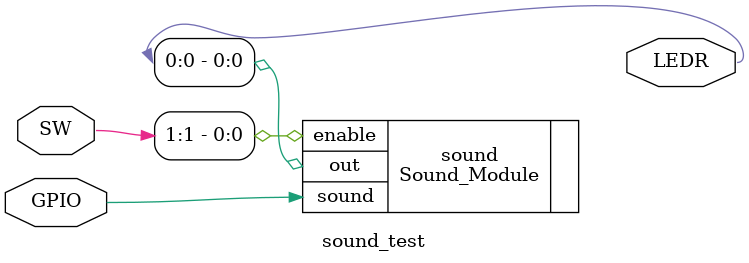
<source format=v>
module sound_test(GPIO, LEDR, SW);
	input [0:0]GPIO;
	input [17:0]SW;
	output [17:0]LEDR;
	Sound_Module sound(.sound(GPIO[0]), .out(LEDR[0]), .enable(SW[1]));
endmodule
	
</source>
